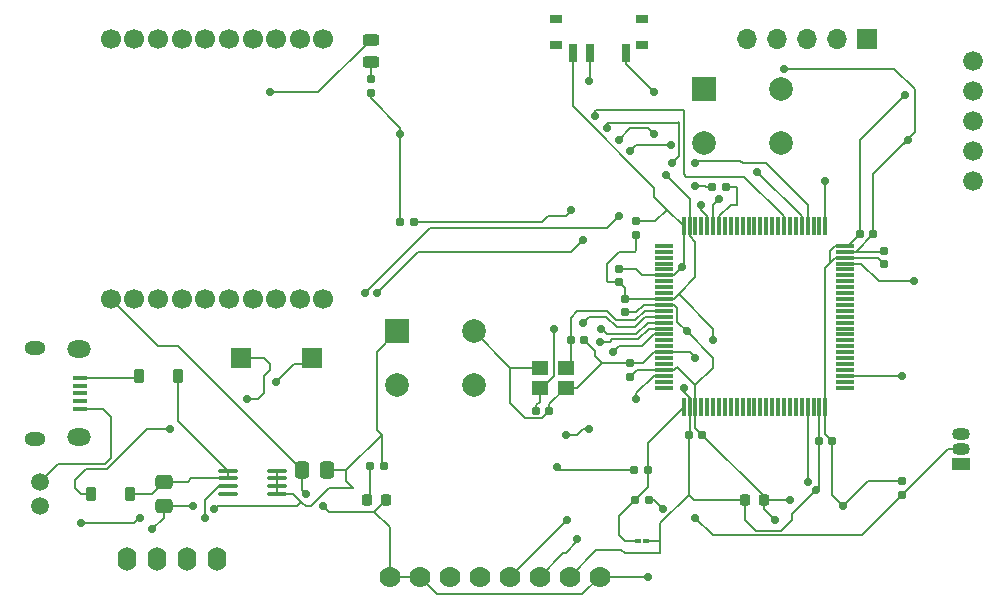
<source format=gbr>
%TF.GenerationSoftware,KiCad,Pcbnew,8.0.5*%
%TF.CreationDate,2024-11-27T11:25:17-05:00*%
%TF.ProjectId,Alfond PCB,416c666f-6e64-4205-9043-422e6b696361,rev?*%
%TF.SameCoordinates,Original*%
%TF.FileFunction,Copper,L1,Top*%
%TF.FilePolarity,Positive*%
%FSLAX46Y46*%
G04 Gerber Fmt 4.6, Leading zero omitted, Abs format (unit mm)*
G04 Created by KiCad (PCBNEW 8.0.5) date 2024-11-27 11:25:17*
%MOMM*%
%LPD*%
G01*
G04 APERTURE LIST*
G04 Aperture macros list*
%AMRoundRect*
0 Rectangle with rounded corners*
0 $1 Rounding radius*
0 $2 $3 $4 $5 $6 $7 $8 $9 X,Y pos of 4 corners*
0 Add a 4 corners polygon primitive as box body*
4,1,4,$2,$3,$4,$5,$6,$7,$8,$9,$2,$3,0*
0 Add four circle primitives for the rounded corners*
1,1,$1+$1,$2,$3*
1,1,$1+$1,$4,$5*
1,1,$1+$1,$6,$7*
1,1,$1+$1,$8,$9*
0 Add four rect primitives between the rounded corners*
20,1,$1+$1,$2,$3,$4,$5,0*
20,1,$1+$1,$4,$5,$6,$7,0*
20,1,$1+$1,$6,$7,$8,$9,0*
20,1,$1+$1,$8,$9,$2,$3,0*%
G04 Aperture macros list end*
%TA.AperFunction,SMDPad,CuDef*%
%ADD10R,1.400000X1.200000*%
%TD*%
%TA.AperFunction,SMDPad,CuDef*%
%ADD11RoundRect,0.160000X-0.160000X0.197500X-0.160000X-0.197500X0.160000X-0.197500X0.160000X0.197500X0*%
%TD*%
%TA.AperFunction,SMDPad,CuDef*%
%ADD12RoundRect,0.100000X-0.712500X-0.100000X0.712500X-0.100000X0.712500X0.100000X-0.712500X0.100000X0*%
%TD*%
%TA.AperFunction,SMDPad,CuDef*%
%ADD13RoundRect,0.075000X-0.725000X-0.075000X0.725000X-0.075000X0.725000X0.075000X-0.725000X0.075000X0*%
%TD*%
%TA.AperFunction,SMDPad,CuDef*%
%ADD14RoundRect,0.075000X-0.075000X-0.725000X0.075000X-0.725000X0.075000X0.725000X-0.075000X0.725000X0*%
%TD*%
%TA.AperFunction,SMDPad,CuDef*%
%ADD15RoundRect,0.155000X0.212500X0.155000X-0.212500X0.155000X-0.212500X-0.155000X0.212500X-0.155000X0*%
%TD*%
%TA.AperFunction,ComponentPad*%
%ADD16R,1.700000X1.700000*%
%TD*%
%TA.AperFunction,ComponentPad*%
%ADD17C,1.778000*%
%TD*%
%TA.AperFunction,SMDPad,CuDef*%
%ADD18RoundRect,0.155000X0.155000X-0.212500X0.155000X0.212500X-0.155000X0.212500X-0.155000X-0.212500X0*%
%TD*%
%TA.AperFunction,SMDPad,CuDef*%
%ADD19RoundRect,0.160000X-0.197500X-0.160000X0.197500X-0.160000X0.197500X0.160000X-0.197500X0.160000X0*%
%TD*%
%TA.AperFunction,SMDPad,CuDef*%
%ADD20RoundRect,0.160000X0.197500X0.160000X-0.197500X0.160000X-0.197500X-0.160000X0.197500X-0.160000X0*%
%TD*%
%TA.AperFunction,ComponentPad*%
%ADD21R,1.500000X1.050000*%
%TD*%
%TA.AperFunction,ComponentPad*%
%ADD22O,1.500000X1.050000*%
%TD*%
%TA.AperFunction,SMDPad,CuDef*%
%ADD23RoundRect,0.155000X-0.155000X0.212500X-0.155000X-0.212500X0.155000X-0.212500X0.155000X0.212500X0*%
%TD*%
%TA.AperFunction,SMDPad,CuDef*%
%ADD24RoundRect,0.225000X0.225000X0.375000X-0.225000X0.375000X-0.225000X-0.375000X0.225000X-0.375000X0*%
%TD*%
%TA.AperFunction,ComponentPad*%
%ADD25C,1.676400*%
%TD*%
%TA.AperFunction,SMDPad,CuDef*%
%ADD26RoundRect,0.155000X-0.212500X-0.155000X0.212500X-0.155000X0.212500X0.155000X-0.212500X0.155000X0*%
%TD*%
%TA.AperFunction,SMDPad,CuDef*%
%ADD27R,1.000000X0.800000*%
%TD*%
%TA.AperFunction,SMDPad,CuDef*%
%ADD28R,0.700000X1.500000*%
%TD*%
%TA.AperFunction,ComponentPad*%
%ADD29C,1.508000*%
%TD*%
%TA.AperFunction,ComponentPad*%
%ADD30R,2.000000X2.000000*%
%TD*%
%TA.AperFunction,ComponentPad*%
%ADD31C,2.000000*%
%TD*%
%TA.AperFunction,ComponentPad*%
%ADD32C,1.700000*%
%TD*%
%TA.AperFunction,SMDPad,CuDef*%
%ADD33R,1.300000X0.450000*%
%TD*%
%TA.AperFunction,ComponentPad*%
%ADD34O,1.800000X1.150000*%
%TD*%
%TA.AperFunction,ComponentPad*%
%ADD35O,2.000000X1.450000*%
%TD*%
%TA.AperFunction,ComponentPad*%
%ADD36O,1.700000X1.700000*%
%TD*%
%TA.AperFunction,SMDPad,CuDef*%
%ADD37RoundRect,0.250000X-0.475000X0.337500X-0.475000X-0.337500X0.475000X-0.337500X0.475000X0.337500X0*%
%TD*%
%TA.AperFunction,SMDPad,CuDef*%
%ADD38RoundRect,0.225000X0.225000X0.250000X-0.225000X0.250000X-0.225000X-0.250000X0.225000X-0.250000X0*%
%TD*%
%TA.AperFunction,SMDPad,CuDef*%
%ADD39RoundRect,0.218750X-0.218750X-0.256250X0.218750X-0.256250X0.218750X0.256250X-0.218750X0.256250X0*%
%TD*%
%TA.AperFunction,ComponentPad*%
%ADD40O,1.600000X2.000000*%
%TD*%
%TA.AperFunction,SMDPad,CuDef*%
%ADD41RoundRect,0.250000X-0.337500X-0.475000X0.337500X-0.475000X0.337500X0.475000X-0.337500X0.475000X0*%
%TD*%
%TA.AperFunction,SMDPad,CuDef*%
%ADD42RoundRect,0.075000X-0.212500X-0.075000X0.212500X-0.075000X0.212500X0.075000X-0.212500X0.075000X0*%
%TD*%
%TA.AperFunction,SMDPad,CuDef*%
%ADD43RoundRect,0.243750X0.456250X-0.243750X0.456250X0.243750X-0.456250X0.243750X-0.456250X-0.243750X0*%
%TD*%
%TA.AperFunction,ViaPad*%
%ADD44C,0.700000*%
%TD*%
%TA.AperFunction,Conductor*%
%ADD45C,0.200000*%
%TD*%
G04 APERTURE END LIST*
D10*
%TO.P,Y1,1,1*%
%TO.N,/HSE_OUT*%
X205800000Y-80000000D03*
%TO.P,Y1,2,2*%
%TO.N,GND*%
X208000000Y-80000000D03*
%TO.P,Y1,3,3*%
%TO.N,/HSE_IN*%
X208000000Y-78300000D03*
%TO.P,Y1,4,4*%
%TO.N,GND*%
X205800000Y-78300000D03*
%TD*%
D11*
%TO.P,R7,1*%
%TO.N,/PWR_LED_K2*%
X191500000Y-53902500D03*
%TO.P,R7,2*%
%TO.N,GND*%
X191500000Y-55097500D03*
%TD*%
D12*
%TO.P,U3,1,EN*%
%TO.N,Net-(D1-K)*%
X179387500Y-87025000D03*
%TO.P,U3,2,IN*%
X179387500Y-87675000D03*
%TO.P,U3,3,OUT*%
%TO.N,+3.3V*%
X179387500Y-88325000D03*
%TO.P,U3,4,BP*%
%TO.N,unconnected-(U3-BP-Pad4)*%
X179387500Y-88975000D03*
%TO.P,U3,5,GND*%
%TO.N,GND*%
X183612500Y-88975000D03*
%TO.P,U3,6,GND*%
X183612500Y-88325000D03*
%TO.P,U3,7,GND*%
X183612500Y-87675000D03*
%TO.P,U3,8,GND*%
X183612500Y-87025000D03*
%TD*%
D13*
%TO.P,U2,1,PE2*%
%TO.N,unconnected-(U2-PE2-Pad1)*%
X216325000Y-68000000D03*
%TO.P,U2,2,PE3*%
%TO.N,unconnected-(U2-PE3-Pad2)*%
X216325000Y-68500000D03*
%TO.P,U2,3,PE4*%
%TO.N,unconnected-(U2-PE4-Pad3)*%
X216325000Y-69000000D03*
%TO.P,U2,4,PE5*%
%TO.N,unconnected-(U2-PE5-Pad4)*%
X216325000Y-69500000D03*
%TO.P,U2,5,PE6*%
%TO.N,unconnected-(U2-PE6-Pad5)*%
X216325000Y-70000000D03*
%TO.P,U2,6,VBAT*%
%TO.N,+3.3V*%
X216325000Y-70500000D03*
%TO.P,U2,7,PC13*%
%TO.N,unconnected-(U2-PC13-Pad7)*%
X216325000Y-71000000D03*
%TO.P,U2,8,PC14*%
%TO.N,unconnected-(U2-PC14-Pad8)*%
X216325000Y-71500000D03*
%TO.P,U2,9,PC15*%
%TO.N,unconnected-(U2-PC15-Pad9)*%
X216325000Y-72000000D03*
%TO.P,U2,10,VSS*%
%TO.N,GND*%
X216325000Y-72500000D03*
%TO.P,U2,11,VDD*%
%TO.N,+3.3V*%
X216325000Y-73000000D03*
%TO.P,U2,12,PH0*%
%TO.N,/HSE_IN*%
X216325000Y-73500000D03*
%TO.P,U2,13,PH1*%
%TO.N,/HSE_OUT*%
X216325000Y-74000000D03*
%TO.P,U2,14,NRST*%
%TO.N,/NRST*%
X216325000Y-74500000D03*
%TO.P,U2,15,PC0*%
%TO.N,/I2C3_SCL*%
X216325000Y-75000000D03*
%TO.P,U2,16,PC1*%
%TO.N,/I2C3_SDA*%
X216325000Y-75500000D03*
%TO.P,U2,17,PC2*%
%TO.N,unconnected-(U2-PC2-Pad17)*%
X216325000Y-76000000D03*
%TO.P,U2,18,PC3*%
%TO.N,unconnected-(U2-PC3-Pad18)*%
X216325000Y-76500000D03*
%TO.P,U2,19,VSSA*%
%TO.N,GND*%
X216325000Y-77000000D03*
%TO.P,U2,20,VREF-*%
%TO.N,unconnected-(U2-VREF--Pad20)*%
X216325000Y-77500000D03*
%TO.P,U2,21,VREF+*%
%TO.N,unconnected-(U2-VREF+-Pad21)*%
X216325000Y-78000000D03*
%TO.P,U2,22,VDDA*%
%TO.N,+3.3V*%
X216325000Y-78500000D03*
%TO.P,U2,23,PA0*%
%TO.N,/UART4_TX*%
X216325000Y-79000000D03*
%TO.P,U2,24,PA1*%
%TO.N,unconnected-(U2-PA1-Pad24)*%
X216325000Y-79500000D03*
%TO.P,U2,25,PA2*%
%TO.N,unconnected-(U2-PA2-Pad25)*%
X216325000Y-80000000D03*
D14*
%TO.P,U2,26,PA3*%
%TO.N,/GPIO_INPUT_Button*%
X218000000Y-81675000D03*
%TO.P,U2,27,VSS*%
%TO.N,GND*%
X218500000Y-81675000D03*
%TO.P,U2,28,VDD*%
%TO.N,+3.3V*%
X219000000Y-81675000D03*
%TO.P,U2,29,PA4*%
%TO.N,unconnected-(U2-PA4-Pad29)*%
X219500000Y-81675000D03*
%TO.P,U2,30,PA5*%
%TO.N,unconnected-(U2-PA5-Pad30)*%
X220000000Y-81675000D03*
%TO.P,U2,31,PA6*%
%TO.N,unconnected-(U2-PA6-Pad31)*%
X220500000Y-81675000D03*
%TO.P,U2,32,PA7*%
%TO.N,unconnected-(U2-PA7-Pad32)*%
X221000000Y-81675000D03*
%TO.P,U2,33,PC4*%
%TO.N,unconnected-(U2-PC4-Pad33)*%
X221500000Y-81675000D03*
%TO.P,U2,34,PC5*%
%TO.N,unconnected-(U2-PC5-Pad34)*%
X222000000Y-81675000D03*
%TO.P,U2,35,PB0*%
%TO.N,unconnected-(U2-PB0-Pad35)*%
X222500000Y-81675000D03*
%TO.P,U2,36,PB1*%
%TO.N,unconnected-(U2-PB1-Pad36)*%
X223000000Y-81675000D03*
%TO.P,U2,37,PB2*%
%TO.N,unconnected-(U2-PB2-Pad37)*%
X223500000Y-81675000D03*
%TO.P,U2,38,PE7*%
%TO.N,unconnected-(U2-PE7-Pad38)*%
X224000000Y-81675000D03*
%TO.P,U2,39,PE8*%
%TO.N,unconnected-(U2-PE8-Pad39)*%
X224500000Y-81675000D03*
%TO.P,U2,40,PE9*%
%TO.N,unconnected-(U2-PE9-Pad40)*%
X225000000Y-81675000D03*
%TO.P,U2,41,PE10*%
%TO.N,unconnected-(U2-PE10-Pad41)*%
X225500000Y-81675000D03*
%TO.P,U2,42,PE11*%
%TO.N,unconnected-(U2-PE11-Pad42)*%
X226000000Y-81675000D03*
%TO.P,U2,43,PE12*%
%TO.N,unconnected-(U2-PE12-Pad43)*%
X226500000Y-81675000D03*
%TO.P,U2,44,PE13*%
%TO.N,unconnected-(U2-PE13-Pad44)*%
X227000000Y-81675000D03*
%TO.P,U2,45,PE14*%
%TO.N,unconnected-(U2-PE14-Pad45)*%
X227500000Y-81675000D03*
%TO.P,U2,46,PE15*%
%TO.N,unconnected-(U2-PE15-Pad46)*%
X228000000Y-81675000D03*
%TO.P,U2,47,PB10*%
%TO.N,/I2C2_SDA*%
X228500000Y-81675000D03*
%TO.P,U2,48,VCAP*%
%TO.N,unconnected-(U2-VCAP-Pad48)*%
X229000000Y-81675000D03*
%TO.P,U2,49,VSS*%
%TO.N,GND*%
X229500000Y-81675000D03*
%TO.P,U2,50,VDD*%
%TO.N,+3.3V*%
X230000000Y-81675000D03*
D13*
%TO.P,U2,51,PB12*%
%TO.N,unconnected-(U2-PB12-Pad51)*%
X231675000Y-80000000D03*
%TO.P,U2,52,PB13*%
%TO.N,unconnected-(U2-PB13-Pad52)*%
X231675000Y-79500000D03*
%TO.P,U2,53,PB14*%
%TO.N,/I2C2_SCL*%
X231675000Y-79000000D03*
%TO.P,U2,54,PB15*%
%TO.N,unconnected-(U2-PB15-Pad54)*%
X231675000Y-78500000D03*
%TO.P,U2,55,PD8*%
%TO.N,unconnected-(U2-PD8-Pad55)*%
X231675000Y-78000000D03*
%TO.P,U2,56,PD9*%
%TO.N,unconnected-(U2-PD9-Pad56)*%
X231675000Y-77500000D03*
%TO.P,U2,57,PD10*%
%TO.N,unconnected-(U2-PD10-Pad57)*%
X231675000Y-77000000D03*
%TO.P,U2,58,PD11*%
%TO.N,unconnected-(U2-PD11-Pad58)*%
X231675000Y-76500000D03*
%TO.P,U2,59,PD12*%
%TO.N,unconnected-(U2-PD12-Pad59)*%
X231675000Y-76000000D03*
%TO.P,U2,60,PD13*%
%TO.N,unconnected-(U2-PD13-Pad60)*%
X231675000Y-75500000D03*
%TO.P,U2,61,PD14*%
%TO.N,unconnected-(U2-PD14-Pad61)*%
X231675000Y-75000000D03*
%TO.P,U2,62,PD15*%
%TO.N,unconnected-(U2-PD15-Pad62)*%
X231675000Y-74500000D03*
%TO.P,U2,63,PC6*%
%TO.N,unconnected-(U2-PC6-Pad63)*%
X231675000Y-74000000D03*
%TO.P,U2,64,PC7*%
%TO.N,unconnected-(U2-PC7-Pad64)*%
X231675000Y-73500000D03*
%TO.P,U2,65,PC8*%
%TO.N,unconnected-(U2-PC8-Pad65)*%
X231675000Y-73000000D03*
%TO.P,U2,66,PC9*%
%TO.N,unconnected-(U2-PC9-Pad66)*%
X231675000Y-72500000D03*
%TO.P,U2,67,PA8*%
%TO.N,unconnected-(U2-PA8-Pad67)*%
X231675000Y-72000000D03*
%TO.P,U2,68,PA9*%
%TO.N,unconnected-(U2-PA9-Pad68)*%
X231675000Y-71500000D03*
%TO.P,U2,69,PA10*%
%TO.N,unconnected-(U2-PA10-Pad69)*%
X231675000Y-71000000D03*
%TO.P,U2,70,PA11*%
%TO.N,unconnected-(U2-PA11-Pad70)*%
X231675000Y-70500000D03*
%TO.P,U2,71,PA12*%
%TO.N,unconnected-(U2-PA12-Pad71)*%
X231675000Y-70000000D03*
%TO.P,U2,72,PA13*%
%TO.N,/SWD_DIO*%
X231675000Y-69500000D03*
%TO.P,U2,73,VDDUSB*%
%TO.N,+3.3V*%
X231675000Y-69000000D03*
%TO.P,U2,74,VSS*%
%TO.N,GND*%
X231675000Y-68500000D03*
%TO.P,U2,75,VDD*%
%TO.N,+3.3V*%
X231675000Y-68000000D03*
D14*
%TO.P,U2,76,PA14*%
%TO.N,/SWD_CLK*%
X230000000Y-66325000D03*
%TO.P,U2,77,PA15*%
%TO.N,unconnected-(U2-PA15-Pad77)*%
X229500000Y-66325000D03*
%TO.P,U2,78,PC10*%
%TO.N,unconnected-(U2-PC10-Pad78)*%
X229000000Y-66325000D03*
%TO.P,U2,79,PC11*%
%TO.N,/GPIO_SLEEP_XBEE*%
X228500000Y-66325000D03*
%TO.P,U2,80,PC12*%
%TO.N,/UART5_TX*%
X228000000Y-66325000D03*
%TO.P,U2,81,PD0*%
%TO.N,unconnected-(U2-PD0-Pad81)*%
X227500000Y-66325000D03*
%TO.P,U2,82,PD1*%
%TO.N,unconnected-(U2-PD1-Pad82)*%
X227000000Y-66325000D03*
%TO.P,U2,83,PD2*%
%TO.N,/UART5_RX*%
X226500000Y-66325000D03*
%TO.P,U2,84,PD3*%
%TO.N,unconnected-(U2-PD3-Pad84)*%
X226000000Y-66325000D03*
%TO.P,U2,85,PD4*%
%TO.N,unconnected-(U2-PD4-Pad85)*%
X225500000Y-66325000D03*
%TO.P,U2,86,PD5*%
%TO.N,unconnected-(U2-PD5-Pad86)*%
X225000000Y-66325000D03*
%TO.P,U2,87,PD6*%
%TO.N,unconnected-(U2-PD6-Pad87)*%
X224500000Y-66325000D03*
%TO.P,U2,88,PD7*%
%TO.N,unconnected-(U2-PD7-Pad88)*%
X224000000Y-66325000D03*
%TO.P,U2,89,PB3*%
%TO.N,unconnected-(U2-PB3-Pad89)*%
X223500000Y-66325000D03*
%TO.P,U2,90,PB4*%
%TO.N,unconnected-(U2-PB4-Pad90)*%
X223000000Y-66325000D03*
%TO.P,U2,91,PB5*%
%TO.N,unconnected-(U2-PB5-Pad91)*%
X222500000Y-66325000D03*
%TO.P,U2,92,PB6*%
%TO.N,unconnected-(U2-PB6-Pad92)*%
X222000000Y-66325000D03*
%TO.P,U2,93,PB7*%
%TO.N,unconnected-(U2-PB7-Pad93)*%
X221500000Y-66325000D03*
%TO.P,U2,94,PH3*%
%TO.N,/BOOT0*%
X221000000Y-66325000D03*
%TO.P,U2,95,PB8*%
%TO.N,/I2C1_SDA*%
X220500000Y-66325000D03*
%TO.P,U2,96,PB9*%
%TO.N,/I2C1_SCL*%
X220000000Y-66325000D03*
%TO.P,U2,97,PE0*%
%TO.N,unconnected-(U2-PE0-Pad97)*%
X219500000Y-66325000D03*
%TO.P,U2,98,PE1*%
%TO.N,unconnected-(U2-PE1-Pad98)*%
X219000000Y-66325000D03*
%TO.P,U2,99,VSS*%
%TO.N,GND*%
X218500000Y-66325000D03*
%TO.P,U2,100,VDD*%
%TO.N,+3.3V*%
X218000000Y-66325000D03*
%TD*%
D15*
%TO.P,C10,1*%
%TO.N,/NRST*%
X195135000Y-66000000D03*
%TO.P,C10,2*%
%TO.N,GND*%
X194000000Y-66000000D03*
%TD*%
D16*
%TO.P,INA+,1*%
%TO.N,/INA+*%
X180500000Y-77500000D03*
%TD*%
D17*
%TO.P,INA260,3*%
%TO.N,VBus*%
X198190000Y-96000000D03*
%TO.P,INA260,4*%
%TO.N,Alert*%
X200730000Y-96000000D03*
%TO.P,INA260,5*%
%TO.N,/I2C3_SDA*%
X203270000Y-96000000D03*
%TO.P,INA260,6*%
%TO.N,/I2C3_SCL*%
X205810000Y-96000000D03*
%TO.P,INA260,7*%
%TO.N,GND*%
X208350000Y-96000000D03*
%TO.P,INA260,8*%
%TO.N,+3.3V*%
X210890000Y-96000000D03*
%TO.P,INA260,Vin+*%
X193110000Y-96000000D03*
%TO.P,INA260,Vin-*%
X195650000Y-96000000D03*
%TD*%
D16*
%TO.P,INA-,1*%
%TO.N,/INA-*%
X186500000Y-77500000D03*
%TD*%
D18*
%TO.P,C9,1*%
%TO.N,+3.3V*%
X235000000Y-69567500D03*
%TO.P,C9,2*%
%TO.N,GND*%
X235000000Y-68432500D03*
%TD*%
D19*
%TO.P,R5,1*%
%TO.N,Net-(SW1-B)*%
X220402500Y-63000000D03*
%TO.P,R5,2*%
%TO.N,/BOOT0*%
X221597500Y-63000000D03*
%TD*%
D20*
%TO.P,R4,1*%
%TO.N,+3.3V*%
X215097500Y-89500000D03*
%TO.P,R4,2*%
%TO.N,/GPIO_INPUT_Button*%
X213902500Y-89500000D03*
%TD*%
D21*
%TO.P,U1,1,GND*%
%TO.N,GND*%
X241500000Y-86500000D03*
D22*
%TO.P,U1,2,DQ*%
%TO.N,/UART4_TX*%
X241500000Y-85230000D03*
%TO.P,U1,3,V_{DD}*%
%TO.N,+3.3V*%
X241500000Y-83960000D03*
%TD*%
D23*
%TO.P,C6,1*%
%TO.N,+3.3V*%
X212500000Y-69932500D03*
%TO.P,C6,2*%
%TO.N,GND*%
X212500000Y-71067500D03*
%TD*%
D24*
%TO.P,D2,1,K*%
%TO.N,Net-(D1-K)*%
X171150000Y-89000000D03*
%TO.P,D2,2,A*%
%TO.N,/INA-*%
X167850000Y-89000000D03*
%TD*%
D25*
%TO.P,MS8607,1*%
%TO.N,/I2C2_SDA*%
X242500000Y-62540000D03*
%TO.P,MS8607,2*%
%TO.N,/I2C2_SCL*%
X242500000Y-60000000D03*
%TO.P,MS8607,3*%
%TO.N,GND*%
X242500000Y-57460000D03*
%TO.P,MS8607,4*%
%TO.N,N/C*%
X242500000Y-54920000D03*
%TO.P,MS8607,5*%
%TO.N,+3.3V*%
X242500000Y-52380000D03*
%TD*%
D26*
%TO.P,C11,1*%
%TO.N,/HSE_OUT*%
X205500000Y-82000000D03*
%TO.P,C11,2*%
%TO.N,GND*%
X206635000Y-82000000D03*
%TD*%
D27*
%TO.P,SW1,*%
%TO.N,*%
X214500000Y-51000000D03*
X214500000Y-48790000D03*
X207200000Y-51000000D03*
X207200000Y-48790000D03*
D28*
%TO.P,SW1,1,A*%
%TO.N,GND*%
X213100000Y-51650000D03*
%TO.P,SW1,2,B*%
%TO.N,Net-(SW1-B)*%
X210100000Y-51650000D03*
%TO.P,SW1,3,C*%
%TO.N,+3.3V*%
X208600000Y-51650000D03*
%TD*%
D24*
%TO.P,D1,1,K*%
%TO.N,Net-(D1-K)*%
X175150000Y-79000000D03*
%TO.P,D1,2,A*%
%TO.N,/V_USB*%
X171850000Y-79000000D03*
%TD*%
D15*
%TO.P,C3,1*%
%TO.N,+3.3V*%
X219567500Y-84000000D03*
%TO.P,C3,2*%
%TO.N,GND*%
X218432500Y-84000000D03*
%TD*%
D23*
%TO.P,C7,1*%
%TO.N,+3.3V*%
X214000000Y-65932500D03*
%TO.P,C7,2*%
%TO.N,GND*%
X214000000Y-67067500D03*
%TD*%
D26*
%TO.P,C8,1*%
%TO.N,+3.3V*%
X232932500Y-67000000D03*
%TO.P,C8,2*%
%TO.N,GND*%
X234067500Y-67000000D03*
%TD*%
%TO.P,C12,1*%
%TO.N,/HSE_IN*%
X208432500Y-76000000D03*
%TO.P,C12,2*%
%TO.N,GND*%
X209567500Y-76000000D03*
%TD*%
D29*
%TO.P,P1,1,1*%
%TO.N,GND*%
X163500000Y-88000000D03*
%TO.P,P1,2,2*%
%TO.N,/INA+*%
X163500000Y-90000000D03*
%TD*%
D30*
%TO.P,S1,1*%
%TO.N,GND*%
X219750000Y-54750000D03*
D31*
%TO.P,S1,2*%
X226250000Y-54750000D03*
%TO.P,S1,3*%
%TO.N,/NRST*%
X219750000Y-59250000D03*
%TO.P,S1,4*%
X226250000Y-59250000D03*
%TD*%
D32*
%TO.P,MOD1,1,Vcc*%
%TO.N,+3.3V*%
X169500000Y-72500000D03*
%TO.P,MOD1,2,DOUT*%
%TO.N,/UART5_RX*%
X171500000Y-72500000D03*
%TO.P,MOD1,3,DIN/~{Config}*%
%TO.N,/UART5_TX*%
X173500000Y-72500000D03*
%TO.P,MOD1,4,DO8*%
%TO.N,unconnected-(MOD1-DO8-Pad4)*%
X175500000Y-72500000D03*
%TO.P,MOD1,5,~{Reset}*%
%TO.N,unconnected-(MOD1-~{Reset}-Pad5)*%
X177500000Y-72500000D03*
%TO.P,MOD1,6,PWM0/RSSI*%
%TO.N,unconnected-(MOD1-PWM0{slash}RSSI-Pad6)*%
X179500000Y-72500000D03*
%TO.P,MOD1,7,PWM1*%
%TO.N,unconnected-(MOD1-PWM1-Pad7)*%
X181500000Y-72500000D03*
%TO.P,MOD1,8,Reserved*%
%TO.N,unconnected-(MOD1-Reserved-Pad8)*%
X183500000Y-72500000D03*
%TO.P,MOD1,9,~{DTR}/SLRQ/DI8*%
%TO.N,/GPIO_SLEEP_XBEE*%
X185500000Y-72500000D03*
%TO.P,MOD1,10,GND*%
%TO.N,GND*%
X187500000Y-72500000D03*
%TO.P,MOD1,11,AD4/DIO4*%
%TO.N,unconnected-(MOD1-AD4{slash}DIO4-Pad11)*%
X187500000Y-50500000D03*
%TO.P,MOD1,12,DIO7/~{CTS}*%
%TO.N,unconnected-(MOD1-DIO7{slash}~{CTS}-Pad12)*%
X185500000Y-50500000D03*
%TO.P,MOD1,13,ON/~{SLEEP}*%
%TO.N,Net-(D4-A)*%
X183500000Y-50500000D03*
%TO.P,MOD1,14,VREF*%
%TO.N,unconnected-(MOD1-VREF-Pad14)*%
X181500000Y-50500000D03*
%TO.P,MOD1,15,AD5/DIO5*%
%TO.N,unconnected-(MOD1-AD5{slash}DIO5-Pad15)*%
X179500000Y-50500000D03*
%TO.P,MOD1,16,AD6/DIO6/~{RTS}*%
%TO.N,unconnected-(MOD1-AD6{slash}DIO6{slash}~{RTS}-Pad16)*%
X177500000Y-50500000D03*
%TO.P,MOD1,17,AD3/DIO3*%
%TO.N,unconnected-(MOD1-AD3{slash}DIO3-Pad17)*%
X175500000Y-50500000D03*
%TO.P,MOD1,18,AD2/DIO2*%
%TO.N,unconnected-(MOD1-AD2{slash}DIO2-Pad18)*%
X173500000Y-50500000D03*
%TO.P,MOD1,19,AD1/DIO1*%
%TO.N,unconnected-(MOD1-AD1{slash}DIO1-Pad19)*%
X171500000Y-50500000D03*
%TO.P,MOD1,20,AD0/DIO0*%
%TO.N,unconnected-(MOD1-AD0{slash}DIO0-Pad20)*%
X169500000Y-50500000D03*
%TD*%
D33*
%TO.P,J5,1,VBUS*%
%TO.N,/V_USB*%
X166900000Y-79200000D03*
%TO.P,J5,2,D-*%
%TO.N,unconnected-(J5-D--Pad2)*%
X166900000Y-79850000D03*
%TO.P,J5,3,D+*%
%TO.N,unconnected-(J5-D+-Pad3)*%
X166900000Y-80500000D03*
%TO.P,J5,4,ID*%
%TO.N,unconnected-(J5-ID-Pad4)*%
X166900000Y-81150000D03*
%TO.P,J5,5,GND*%
%TO.N,GND*%
X166900000Y-81800000D03*
D34*
%TO.P,J5,6,Shield*%
%TO.N,unconnected-(J5-Shield-Pad6)_2*%
X163050000Y-76625000D03*
D35*
%TO.N,unconnected-(J5-Shield-Pad6)_3*%
X166850000Y-76775000D03*
%TO.N,unconnected-(J5-Shield-Pad6)_1*%
X166850000Y-84225000D03*
D34*
%TO.N,unconnected-(J5-Shield-Pad6)*%
X163050000Y-84375000D03*
%TD*%
D16*
%TO.P,J3,1,Pin_1*%
%TO.N,+3.3V*%
X233540000Y-50500000D03*
D36*
%TO.P,J3,2,Pin_2*%
%TO.N,/SWD_DIO*%
X231000000Y-50500000D03*
%TO.P,J3,3,Pin_3*%
%TO.N,/SWD_CLK*%
X228460000Y-50500000D03*
%TO.P,J3,4,Pin_4*%
%TO.N,/NRST*%
X225920000Y-50500000D03*
%TO.P,J3,5,Pin_5*%
%TO.N,GND*%
X223380000Y-50500000D03*
%TD*%
D18*
%TO.P,C4,1*%
%TO.N,+3.3V*%
X213500000Y-79067500D03*
%TO.P,C4,2*%
%TO.N,GND*%
X213500000Y-77932500D03*
%TD*%
D37*
%TO.P,C13,1*%
%TO.N,Net-(D1-K)*%
X174000000Y-87962500D03*
%TO.P,C13,2*%
%TO.N,GND*%
X174000000Y-90037500D03*
%TD*%
D38*
%TO.P,C1,1*%
%TO.N,+3.3V*%
X224775000Y-89500000D03*
%TO.P,C1,2*%
%TO.N,GND*%
X223225000Y-89500000D03*
%TD*%
D19*
%TO.P,R6,1*%
%TO.N,/PWR_LED_K*%
X191415000Y-86630000D03*
%TO.P,R6,2*%
%TO.N,GND*%
X192610000Y-86630000D03*
%TD*%
%TO.P,R3,1*%
%TO.N,Net-(R3-Pad1)*%
X213805000Y-87000000D03*
%TO.P,R3,2*%
%TO.N,/GPIO_INPUT_Button*%
X215000000Y-87000000D03*
%TD*%
D11*
%TO.P,R1,1*%
%TO.N,+3.3V*%
X236500000Y-87902500D03*
%TO.P,R1,2*%
%TO.N,/UART4_TX*%
X236500000Y-89097500D03*
%TD*%
D39*
%TO.P,D3,1,K*%
%TO.N,/PWR_LED_K*%
X191212500Y-89500000D03*
%TO.P,D3,2,A*%
%TO.N,+3.3V*%
X192787500Y-89500000D03*
%TD*%
D40*
%TO.P,Brd1,1,GND*%
%TO.N,GND*%
X170880000Y-94500000D03*
%TO.P,Brd1,2,VCC*%
%TO.N,+3.3V*%
X173420000Y-94500000D03*
%TO.P,Brd1,3,SCL*%
%TO.N,/I2C1_SCL*%
X175960000Y-94500000D03*
%TO.P,Brd1,4,SDA*%
%TO.N,/I2C1_SDA*%
X178500000Y-94500000D03*
%TD*%
D30*
%TO.P,S2,1*%
%TO.N,GND*%
X193750000Y-75250000D03*
D31*
%TO.P,S2,2*%
X200250000Y-75250000D03*
%TO.P,S2,3*%
%TO.N,Net-(R3-Pad1)*%
X193750000Y-79750000D03*
%TO.P,S2,4*%
X200250000Y-79750000D03*
%TD*%
D41*
%TO.P,C15,1*%
%TO.N,+3.3V*%
X185712500Y-87000000D03*
%TO.P,C15,2*%
%TO.N,GND*%
X187787500Y-87000000D03*
%TD*%
D42*
%TO.P,C14,1*%
%TO.N,/GPIO_INPUT_Button*%
X214162500Y-93000000D03*
%TO.P,C14,2*%
%TO.N,GND*%
X214837500Y-93000000D03*
%TD*%
D15*
%TO.P,C2,1*%
%TO.N,+3.3V*%
X230567500Y-84500000D03*
%TO.P,C2,2*%
%TO.N,GND*%
X229432500Y-84500000D03*
%TD*%
D43*
%TO.P,D4,1,K*%
%TO.N,/PWR_LED_K2*%
X191500000Y-52437500D03*
%TO.P,D4,2,A*%
%TO.N,Net-(D4-A)*%
X191500000Y-50562500D03*
%TD*%
D18*
%TO.P,C5,1*%
%TO.N,+3.3V*%
X213000000Y-73635000D03*
%TO.P,C5,2*%
%TO.N,GND*%
X213000000Y-72500000D03*
%TD*%
D44*
%TO.N,/I2C1_SCL*%
X219500000Y-64500000D03*
X212500000Y-65500000D03*
X191000000Y-72000000D03*
%TO.N,GND*%
X194000000Y-58500000D03*
X229175736Y-88675736D03*
X226500000Y-53000000D03*
X237000000Y-59000000D03*
X215500000Y-55000000D03*
X178250000Y-90250000D03*
X220500000Y-76000000D03*
X173000000Y-92000000D03*
X176500000Y-90000000D03*
X216500000Y-62000000D03*
X218000000Y-80000000D03*
X219000000Y-77500000D03*
%TO.N,/I2C1_SDA*%
X209500000Y-67500000D03*
X192000000Y-72000000D03*
X221000000Y-64000000D03*
%TO.N,+3.3V*%
X227000000Y-89500000D03*
X236750000Y-55250000D03*
X218250000Y-75250000D03*
X186000000Y-89000000D03*
X216250000Y-90250000D03*
X217828705Y-69828705D03*
X231500000Y-90000000D03*
X225750000Y-91250000D03*
X177500000Y-91000000D03*
X187500000Y-90000000D03*
X215000000Y-96000000D03*
%TO.N,/HSE_OUT*%
X207000000Y-75000000D03*
X209500000Y-74500000D03*
%TO.N,/NRST*%
X211000000Y-75000000D03*
X208500000Y-65000000D03*
X216950000Y-59500000D03*
X213500000Y-60000000D03*
%TO.N,/INA-*%
X174500000Y-83500000D03*
X183500000Y-79500000D03*
%TO.N,Net-(D4-A)*%
X183000000Y-55000000D03*
%TO.N,/I2C2_SCL*%
X236500000Y-79000000D03*
%TO.N,/I2C2_SDA*%
X228500000Y-88000000D03*
%TO.N,/I2C3_SDA*%
X212000000Y-77000000D03*
X208100000Y-91170000D03*
X208000000Y-84000000D03*
X210000000Y-83500000D03*
%TO.N,/INA+*%
X181000000Y-81000000D03*
X167000000Y-91500000D03*
X172000000Y-91000000D03*
%TO.N,/I2C3_SCL*%
X209000000Y-92810000D03*
X210955841Y-76152990D03*
%TO.N,/UART5_TX*%
X211500000Y-58000000D03*
X224253705Y-61746295D03*
X217012873Y-61012873D03*
%TO.N,/UART5_RX*%
X210500000Y-57000000D03*
%TO.N,/GPIO_SLEEP_XBEE*%
X212500000Y-59000000D03*
X219000000Y-61000000D03*
X215500000Y-58500000D03*
%TO.N,/UART4_TX*%
X219000000Y-91000000D03*
X214000000Y-81000000D03*
%TO.N,Net-(SW1-B)*%
X210000000Y-54000000D03*
X219000000Y-62900000D03*
%TO.N,/SWD_DIO*%
X237500000Y-71000000D03*
%TO.N,/SWD_CLK*%
X230000000Y-62500000D03*
%TO.N,Net-(R3-Pad1)*%
X207250000Y-86750000D03*
%TD*%
D45*
%TO.N,/I2C1_SCL*%
X211500000Y-66500000D02*
X196500000Y-66500000D01*
X196500000Y-66500000D02*
X191000000Y-72000000D01*
X212500000Y-65500000D02*
X211500000Y-66500000D01*
X220000000Y-65492590D02*
X219500000Y-64992590D01*
X219500000Y-64992590D02*
X219500000Y-64500000D01*
X220000000Y-66325000D02*
X220000000Y-65492590D01*
%TO.N,GND*%
X210500000Y-76932500D02*
X209567500Y-76000000D01*
X218432500Y-89067500D02*
X218432500Y-84000000D01*
X206635000Y-82000000D02*
X206025000Y-82610000D01*
X174000000Y-90037500D02*
X174000000Y-91000000D01*
X194000000Y-58000000D02*
X191500000Y-55500000D01*
X217578705Y-72078705D02*
X217157410Y-72500000D01*
X214000000Y-67067500D02*
X214000000Y-68390000D01*
X204610000Y-82610000D02*
X203300000Y-81300000D01*
X203300000Y-81300000D02*
X203300000Y-78300000D01*
X211067500Y-77932500D02*
X213500000Y-77932500D01*
X214560090Y-77932500D02*
X215492590Y-77000000D01*
X212734000Y-93734000D02*
X213000000Y-94000000D01*
X208000000Y-80000000D02*
X209000000Y-80000000D01*
X223225000Y-89500000D02*
X218865000Y-89500000D01*
X208350000Y-96000000D02*
X210616000Y-93734000D01*
X216325000Y-77000000D02*
X218500000Y-77000000D01*
X227134314Y-90717157D02*
X227134314Y-91214215D01*
X169000000Y-86500000D02*
X165000000Y-86500000D01*
X218500000Y-81675000D02*
X218500000Y-80842590D01*
X208000000Y-80000000D02*
X206635000Y-81365000D01*
X168800000Y-81800000D02*
X169500000Y-82500000D01*
X234932500Y-68500000D02*
X231675000Y-68500000D01*
X209000000Y-80000000D02*
X211067500Y-77932500D01*
X191500000Y-55500000D02*
X191500000Y-55097500D01*
X217578705Y-72078705D02*
X220500000Y-75000000D01*
X211567500Y-71067500D02*
X212500000Y-71067500D01*
X166900000Y-81800000D02*
X168800000Y-81800000D01*
X213000000Y-94000000D02*
X216000000Y-94000000D01*
X211500000Y-71000000D02*
X211567500Y-71067500D01*
X186412500Y-90037500D02*
X187950000Y-88500000D01*
X226248529Y-92100000D02*
X224100000Y-92100000D01*
X218500000Y-80842590D02*
X218000000Y-80342590D01*
X234067500Y-61932500D02*
X236000000Y-60000000D01*
X213890000Y-68500000D02*
X212500000Y-68500000D01*
X185615625Y-89653125D02*
X185268750Y-90000000D01*
X229500000Y-81675000D02*
X229500000Y-84432500D01*
X214000000Y-68390000D02*
X213890000Y-68500000D01*
X235848529Y-53000000D02*
X226500000Y-53000000D01*
X229175736Y-88675736D02*
X229175735Y-88675736D01*
X217157410Y-72500000D02*
X216325000Y-72500000D01*
X187950000Y-88500000D02*
X190000000Y-88500000D01*
X229432500Y-84500000D02*
X229432500Y-88418971D01*
X192450000Y-86470000D02*
X192450000Y-84000000D01*
X211500000Y-69500000D02*
X211500000Y-71000000D01*
X232567500Y-68500000D02*
X231675000Y-68500000D01*
X234067500Y-67000000D02*
X232567500Y-68500000D01*
X190000000Y-88500000D02*
X189450000Y-87950000D01*
X194000000Y-58500000D02*
X194000000Y-58000000D01*
X219000000Y-70657410D02*
X217578705Y-72078705D01*
X183612500Y-88325000D02*
X183612500Y-87675000D01*
X218500000Y-64000000D02*
X218500000Y-66325000D01*
X183612500Y-88975000D02*
X183612500Y-88325000D01*
X216000000Y-91500000D02*
X218432500Y-89067500D01*
X210500000Y-77365000D02*
X211067500Y-77932500D01*
X213100000Y-51650000D02*
X213100000Y-52600000D01*
X176462500Y-90037500D02*
X176500000Y-90000000D01*
X213100000Y-52600000D02*
X215500000Y-55000000D01*
X216000000Y-93000000D02*
X214837500Y-93000000D01*
X184937500Y-88975000D02*
X185731250Y-89768750D01*
X218000000Y-80342590D02*
X218000000Y-80000000D01*
X174000000Y-90037500D02*
X176462500Y-90037500D01*
X229175735Y-88675736D02*
X227134314Y-90717157D01*
X218500000Y-67157410D02*
X219000000Y-67657410D01*
X216500000Y-62000000D02*
X218500000Y-64000000D01*
X187787500Y-87000000D02*
X189450000Y-87000000D01*
X229432500Y-88418971D02*
X229175736Y-88675735D01*
X237600000Y-58400000D02*
X237600000Y-54751471D01*
X205800000Y-78300000D02*
X203300000Y-78300000D01*
X210616000Y-93734000D02*
X212734000Y-93734000D01*
X237600000Y-54751471D02*
X235848529Y-53000000D01*
X169500000Y-86000000D02*
X169000000Y-86500000D01*
X219000000Y-67657410D02*
X219000000Y-70657410D01*
X234067500Y-67000000D02*
X234067500Y-61932500D01*
X229500000Y-84432500D02*
X229432500Y-84500000D01*
X213000000Y-71567500D02*
X212500000Y-71067500D01*
X216325000Y-72500000D02*
X213000000Y-72500000D01*
X224100000Y-92100000D02*
X223225000Y-91225000D01*
X216000000Y-94000000D02*
X216000000Y-93000000D01*
X223225000Y-91225000D02*
X223225000Y-89500000D01*
X215492590Y-77000000D02*
X216325000Y-77000000D01*
X216000000Y-93000000D02*
X216000000Y-91500000D01*
X236000000Y-60000000D02*
X237600000Y-58400000D01*
X206025000Y-82610000D02*
X204610000Y-82610000D01*
X213500000Y-77932500D02*
X214560090Y-77932500D01*
X210500000Y-76932500D02*
X210500000Y-77365000D01*
X183612500Y-88975000D02*
X184937500Y-88975000D01*
X229175736Y-88675735D02*
X229175736Y-88675736D01*
X185268750Y-90000000D02*
X178500000Y-90000000D01*
X192450000Y-84000000D02*
X192000000Y-83550000D01*
X203300000Y-78300000D02*
X200250000Y-75250000D01*
X165000000Y-86500000D02*
X163500000Y-88000000D01*
X189450000Y-87950000D02*
X189450000Y-87000000D01*
X192610000Y-86630000D02*
X192450000Y-86470000D01*
X192000000Y-83550000D02*
X192000000Y-77000000D01*
X178500000Y-90000000D02*
X178250000Y-90250000D01*
X218432500Y-84000000D02*
X218500000Y-83932500D01*
X236000000Y-60000000D02*
X237000000Y-59000000D01*
X169500000Y-82500000D02*
X169500000Y-86000000D01*
X192000000Y-77000000D02*
X193750000Y-75250000D01*
X212500000Y-68500000D02*
X211500000Y-69500000D01*
X218500000Y-77000000D02*
X219000000Y-77500000D01*
X185731250Y-89768750D02*
X186000000Y-90037500D01*
X174000000Y-91000000D02*
X173000000Y-92000000D01*
X218865000Y-89500000D02*
X218432500Y-89067500D01*
X213000000Y-72500000D02*
X213000000Y-71567500D01*
X218500000Y-66325000D02*
X218500000Y-67157410D01*
X189450000Y-87000000D02*
X192450000Y-84000000D01*
X206635000Y-81365000D02*
X206635000Y-82000000D01*
X186000000Y-90037500D02*
X186412500Y-90037500D01*
X220500000Y-75000000D02*
X220500000Y-76000000D01*
X218500000Y-83932500D02*
X218500000Y-81675000D01*
X194000000Y-66000000D02*
X194000000Y-58500000D01*
X183612500Y-87025000D02*
X183612500Y-87675000D01*
X227134314Y-91214215D02*
X226248529Y-92100000D01*
X235000000Y-68432500D02*
X234932500Y-68500000D01*
%TO.N,/I2C1_SDA*%
X209500000Y-67500000D02*
X208500000Y-68500000D01*
X220500000Y-64500000D02*
X221000000Y-64000000D01*
X195500000Y-68500000D02*
X192000000Y-72000000D01*
X208500000Y-68500000D02*
X195500000Y-68500000D01*
X220500000Y-66325000D02*
X220500000Y-64500000D01*
%TO.N,+3.3V*%
X220500000Y-78307410D02*
X220500000Y-77500000D01*
X218000000Y-66325000D02*
X216607500Y-64932500D01*
X214000000Y-65932500D02*
X215607500Y-65932500D01*
X175212500Y-76500000D02*
X173500000Y-76500000D01*
X230000000Y-83932500D02*
X230567500Y-84500000D01*
X234432500Y-69000000D02*
X231675000Y-69000000D01*
X185712500Y-88712500D02*
X186000000Y-89000000D01*
X220500000Y-77500000D02*
X218250000Y-75250000D01*
X230421295Y-68421295D02*
X230421295Y-69421295D01*
X213500000Y-79067500D02*
X214067500Y-78500000D01*
X195650000Y-96000000D02*
X193110000Y-96000000D01*
X231675000Y-68000000D02*
X231932500Y-68000000D01*
X216325000Y-78500000D02*
X217157410Y-78500000D01*
X214500000Y-70500000D02*
X216325000Y-70500000D01*
X219000000Y-83432500D02*
X219000000Y-81675000D01*
X235000000Y-69567500D02*
X234432500Y-69000000D01*
X197150000Y-97500000D02*
X195650000Y-96000000D01*
X214000000Y-73635000D02*
X213000000Y-73635000D01*
X224775000Y-89500000D02*
X227000000Y-89500000D01*
X214067500Y-78500000D02*
X216325000Y-78500000D01*
X210890000Y-96000000D02*
X215000000Y-96000000D01*
X230842590Y-68000000D02*
X230421295Y-68421295D01*
X219000000Y-79807410D02*
X217425000Y-78232410D01*
X219000000Y-81675000D02*
X219000000Y-79807410D01*
X185712500Y-87000000D02*
X175212500Y-76500000D01*
X208600000Y-51650000D02*
X208600000Y-56167500D01*
X191787500Y-90500000D02*
X188000000Y-90500000D01*
X231932500Y-68000000D02*
X232932500Y-67000000D01*
X210890000Y-96000000D02*
X209390000Y-97500000D01*
X217157410Y-73000000D02*
X216325000Y-73000000D01*
X218250000Y-75250000D02*
X217425000Y-74425000D01*
X230000000Y-81675000D02*
X230000000Y-69842590D01*
X225750000Y-91250000D02*
X224775000Y-90275000D01*
X215500000Y-89500000D02*
X215097500Y-89500000D01*
X216325000Y-73000000D02*
X214635000Y-73000000D01*
X236750000Y-55250000D02*
X232932500Y-59067500D01*
X214500000Y-70500000D02*
X213932500Y-69932500D01*
X216250000Y-90250000D02*
X215500000Y-89500000D01*
X173500000Y-76500000D02*
X169500000Y-72500000D01*
X230842590Y-69000000D02*
X231675000Y-69000000D01*
X230000000Y-69842590D02*
X230421295Y-69421295D01*
X177500000Y-89481544D02*
X177500000Y-91000000D01*
X218000000Y-69657410D02*
X218000000Y-66325000D01*
X215500000Y-63825000D02*
X216607500Y-64932500D01*
X193110000Y-91822500D02*
X193110000Y-96000000D01*
X217157410Y-70500000D02*
X217828705Y-69828705D01*
X231500000Y-90000000D02*
X233597500Y-87902500D01*
X219000000Y-79807410D02*
X220500000Y-78307410D01*
X208600000Y-56167500D02*
X215500000Y-63067500D01*
X231500000Y-90000000D02*
X230567500Y-89067500D01*
X215500000Y-63067500D02*
X215500000Y-63825000D01*
X230421295Y-69421295D02*
X230842590Y-69000000D01*
X213932500Y-69932500D02*
X212500000Y-69932500D01*
X214635000Y-73000000D02*
X214000000Y-73635000D01*
X224775000Y-89500000D02*
X224775000Y-89207500D01*
X231675000Y-68000000D02*
X230842590Y-68000000D01*
X224775000Y-89207500D02*
X219567500Y-84000000D01*
X179387500Y-88325000D02*
X178656544Y-88325000D01*
X217425000Y-74425000D02*
X217425000Y-73267590D01*
X217425000Y-73267590D02*
X217157410Y-73000000D01*
X230000000Y-81675000D02*
X230000000Y-83932500D01*
X191787500Y-90500000D02*
X193110000Y-91822500D01*
X233597500Y-87902500D02*
X236500000Y-87902500D01*
X219567500Y-84000000D02*
X219000000Y-83432500D01*
X217828705Y-69828705D02*
X218000000Y-69657410D01*
X178656544Y-88325000D02*
X177500000Y-89481544D01*
X192787500Y-89500000D02*
X191787500Y-90500000D01*
X216607500Y-64932500D02*
X215607500Y-65932500D01*
X216325000Y-70500000D02*
X217157410Y-70500000D01*
X188000000Y-90500000D02*
X187500000Y-90000000D01*
X232932500Y-59067500D02*
X232932500Y-67000000D01*
X217157410Y-78500000D02*
X217425000Y-78232410D01*
X230567500Y-89067500D02*
X230567500Y-84500000D01*
X224775000Y-90275000D02*
X224775000Y-89500000D01*
X185712500Y-87000000D02*
X185712500Y-88712500D01*
X209390000Y-97500000D02*
X197150000Y-97500000D01*
%TO.N,/GPIO_INPUT_Button*%
X213902500Y-89500000D02*
X212500000Y-90902500D01*
X212500000Y-90902500D02*
X212500000Y-92500000D01*
X215000000Y-87000000D02*
X215000000Y-84675000D01*
X215000000Y-88402500D02*
X213902500Y-89500000D01*
X215000000Y-84675000D02*
X218000000Y-81675000D01*
X215000000Y-87000000D02*
X215000000Y-88402500D01*
X212500000Y-92500000D02*
X213000000Y-93000000D01*
X213000000Y-93000000D02*
X214162500Y-93000000D01*
%TO.N,/HSE_OUT*%
X206000000Y-80000000D02*
X207000000Y-79000000D01*
X212334314Y-74900000D02*
X213866372Y-74900000D01*
X214766372Y-74000000D02*
X216325000Y-74000000D01*
X209500000Y-74500000D02*
X210000000Y-74000000D01*
X205500000Y-81500000D02*
X205800000Y-81200000D01*
X205500000Y-82000000D02*
X205500000Y-81500000D01*
X213866372Y-74900000D02*
X214766372Y-74000000D01*
X211434314Y-74000000D02*
X212334314Y-74900000D01*
X207000000Y-79000000D02*
X207000000Y-75000000D01*
X210000000Y-74000000D02*
X211434314Y-74000000D01*
X205800000Y-80000000D02*
X206000000Y-80000000D01*
X205800000Y-81200000D02*
X205800000Y-80000000D01*
%TO.N,/HSE_IN*%
X212302500Y-74302500D02*
X213898186Y-74302500D01*
X214700686Y-73500000D02*
X216325000Y-73500000D01*
X209000000Y-73500000D02*
X211500000Y-73500000D01*
X208432500Y-74067500D02*
X209000000Y-73500000D01*
X211500000Y-73500000D02*
X212302500Y-74302500D01*
X208432500Y-76000000D02*
X208432500Y-77867500D01*
X213898186Y-74302500D02*
X214700686Y-73500000D01*
X208432500Y-77867500D02*
X208000000Y-78300000D01*
X208432500Y-76000000D02*
X208432500Y-74067500D01*
%TO.N,/NRST*%
X216950000Y-59500000D02*
X214000000Y-59500000D01*
X206500000Y-65500000D02*
X208000000Y-65500000D01*
X206000000Y-66000000D02*
X206500000Y-65500000D01*
X214000000Y-59500000D02*
X213500000Y-60000000D01*
X211500000Y-75500000D02*
X214000000Y-75500000D01*
X195135000Y-66000000D02*
X206000000Y-66000000D01*
X215000000Y-74500000D02*
X216325000Y-74500000D01*
X208000000Y-65500000D02*
X208500000Y-65000000D01*
X214000000Y-75500000D02*
X215000000Y-74500000D01*
X211000000Y-75000000D02*
X211500000Y-75500000D01*
%TO.N,/PWR_LED_K*%
X191415000Y-86630000D02*
X191415000Y-89297500D01*
X191415000Y-89297500D02*
X191212500Y-89500000D01*
%TO.N,/V_USB*%
X171650000Y-79200000D02*
X171850000Y-79000000D01*
X166900000Y-79200000D02*
X171650000Y-79200000D01*
%TO.N,/INA-*%
X186000000Y-78000000D02*
X185000000Y-78000000D01*
X167382843Y-86900000D02*
X169165686Y-86900000D01*
X186500000Y-77500000D02*
X186000000Y-78000000D01*
X167850000Y-89000000D02*
X167000000Y-89000000D01*
X172500000Y-83565686D02*
X172500000Y-83500000D01*
X166500000Y-88500000D02*
X166500000Y-87782843D01*
X185000000Y-78000000D02*
X183500000Y-79500000D01*
X167000000Y-89000000D02*
X166500000Y-88500000D01*
X169165686Y-86900000D02*
X172500000Y-83565686D01*
X166500000Y-87782843D02*
X167382843Y-86900000D01*
X172500000Y-83500000D02*
X174500000Y-83500000D01*
%TO.N,/PWR_LED_K2*%
X191500000Y-53902500D02*
X191500000Y-52437500D01*
%TO.N,Net-(D4-A)*%
X191500000Y-50562500D02*
X187062500Y-55000000D01*
X187062500Y-55000000D02*
X183000000Y-55000000D01*
%TO.N,/I2C2_SCL*%
X231675000Y-79000000D02*
X236500000Y-79000000D01*
%TO.N,/I2C2_SDA*%
X228500000Y-81675000D02*
X228500000Y-88000000D01*
%TO.N,/I2C3_SDA*%
X215492590Y-75500000D02*
X216325000Y-75500000D01*
X209000000Y-84000000D02*
X208000000Y-84000000D01*
X212500000Y-76500000D02*
X214492590Y-76500000D01*
X212000000Y-77000000D02*
X212500000Y-76500000D01*
X214492590Y-76500000D02*
X215492590Y-75500000D01*
X209500000Y-83500000D02*
X209000000Y-84000000D01*
X203270000Y-96000000D02*
X208100000Y-91170000D01*
X210000000Y-83500000D02*
X209500000Y-83500000D01*
%TO.N,/INA+*%
X167000000Y-91500000D02*
X171500000Y-91500000D01*
X171500000Y-91500000D02*
X172000000Y-91000000D01*
X182500000Y-80500000D02*
X182000000Y-81000000D01*
X182500000Y-79000000D02*
X182500000Y-80500000D01*
X183000000Y-78500000D02*
X182500000Y-79000000D01*
X183000000Y-78000000D02*
X183000000Y-78500000D01*
X182000000Y-81000000D02*
X181000000Y-81000000D01*
X180500000Y-77500000D02*
X182500000Y-77500000D01*
X182500000Y-77500000D02*
X183000000Y-78000000D01*
%TO.N,/I2C3_SCL*%
X205810000Y-96000000D02*
X207810000Y-94000000D01*
X215065686Y-75000000D02*
X216325000Y-75000000D01*
X209000000Y-93000000D02*
X209000000Y-92810000D01*
X211748529Y-76100000D02*
X211948529Y-75900000D01*
X208000000Y-94000000D02*
X209000000Y-93000000D01*
X211948529Y-75900000D02*
X214165686Y-75900000D01*
X211008831Y-76100000D02*
X211748529Y-76100000D01*
X207810000Y-94000000D02*
X208000000Y-94000000D01*
X214165686Y-75900000D02*
X215065686Y-75000000D01*
X210955841Y-76152990D02*
X211008831Y-76100000D01*
%TO.N,/UART5_TX*%
X217600000Y-57600000D02*
X217500000Y-57500000D01*
X211500000Y-57565686D02*
X211500000Y-58000000D01*
X217600000Y-60425746D02*
X217600000Y-57600000D01*
X228000000Y-65492590D02*
X228000000Y-66325000D01*
X217500000Y-57500000D02*
X217434314Y-57565686D01*
X224253705Y-61746295D02*
X228000000Y-65492590D01*
X217012873Y-61012873D02*
X217600000Y-60425746D01*
X217434314Y-57565686D02*
X211500000Y-57565686D01*
%TO.N,/UART5_RX*%
X223138784Y-62131374D02*
X226500000Y-65492590D01*
X218231373Y-62165687D02*
X223104471Y-62165687D01*
X223104471Y-62165687D02*
X223138784Y-62131374D01*
X218000000Y-61934314D02*
X218231373Y-62165687D01*
X210500000Y-57000000D02*
X210500000Y-56565686D01*
X210565686Y-56500000D02*
X218000000Y-56500000D01*
X210500000Y-56565686D02*
X210565686Y-56500000D01*
X218000000Y-56500000D02*
X218000000Y-61934314D01*
X226500000Y-65492590D02*
X226500000Y-66325000D01*
%TO.N,/GPIO_SLEEP_XBEE*%
X219000000Y-61000000D02*
X219200000Y-60800000D01*
X219200000Y-60800000D02*
X222800000Y-60800000D01*
X222800000Y-60800000D02*
X223000000Y-61000000D01*
X215500000Y-58500000D02*
X215000000Y-58000000D01*
X213500000Y-58000000D02*
X212500000Y-59000000D01*
X228500000Y-64500000D02*
X228500000Y-66325000D01*
X225000000Y-61000000D02*
X228500000Y-64500000D01*
X215000000Y-58000000D02*
X213500000Y-58000000D01*
X223000000Y-61000000D02*
X225000000Y-61000000D01*
%TO.N,/UART4_TX*%
X220500000Y-92500000D02*
X219000000Y-91000000D01*
X233097500Y-92500000D02*
X220500000Y-92500000D01*
X216325000Y-79000000D02*
X215492590Y-79000000D01*
X215492590Y-79000000D02*
X214000000Y-80492590D01*
X236500000Y-89097500D02*
X240367500Y-85230000D01*
X214000000Y-80492590D02*
X214000000Y-81000000D01*
X236500000Y-89097500D02*
X233097500Y-92500000D01*
X240367500Y-85230000D02*
X241500000Y-85230000D01*
%TO.N,Net-(SW1-B)*%
X219802500Y-62900000D02*
X219000000Y-62900000D01*
X210100000Y-51650000D02*
X210100000Y-53900000D01*
X220402500Y-63000000D02*
X219902500Y-63000000D01*
X210100000Y-53900000D02*
X210000000Y-54000000D01*
X219902500Y-63000000D02*
X219802500Y-62900000D01*
%TO.N,/BOOT0*%
X221000000Y-65492590D02*
X221992590Y-64500000D01*
X222500000Y-63000000D02*
X221597500Y-63000000D01*
X221992590Y-64500000D02*
X222500000Y-64500000D01*
X221000000Y-66325000D02*
X221000000Y-65492590D01*
X222500000Y-64500000D02*
X222500000Y-63000000D01*
%TO.N,/SWD_DIO*%
X233000000Y-69500000D02*
X234500000Y-71000000D01*
X231675000Y-69500000D02*
X233000000Y-69500000D01*
X234500000Y-71000000D02*
X237500000Y-71000000D01*
%TO.N,/SWD_CLK*%
X230000000Y-66325000D02*
X230000000Y-62500000D01*
%TO.N,Net-(D1-K)*%
X176287500Y-87675000D02*
X176000000Y-87962500D01*
X172962500Y-89000000D02*
X174000000Y-87962500D01*
X176000000Y-87962500D02*
X174000000Y-87962500D01*
X179387500Y-87675000D02*
X179387500Y-87025000D01*
X175150000Y-82787500D02*
X179387500Y-87025000D01*
X176287500Y-87675000D02*
X179387500Y-87675000D01*
X171150000Y-89000000D02*
X172962500Y-89000000D01*
X175150000Y-79000000D02*
X175150000Y-82787500D01*
%TO.N,Net-(R3-Pad1)*%
X213805000Y-87000000D02*
X207500000Y-87000000D01*
X207500000Y-87000000D02*
X207250000Y-86750000D01*
%TD*%
M02*

</source>
